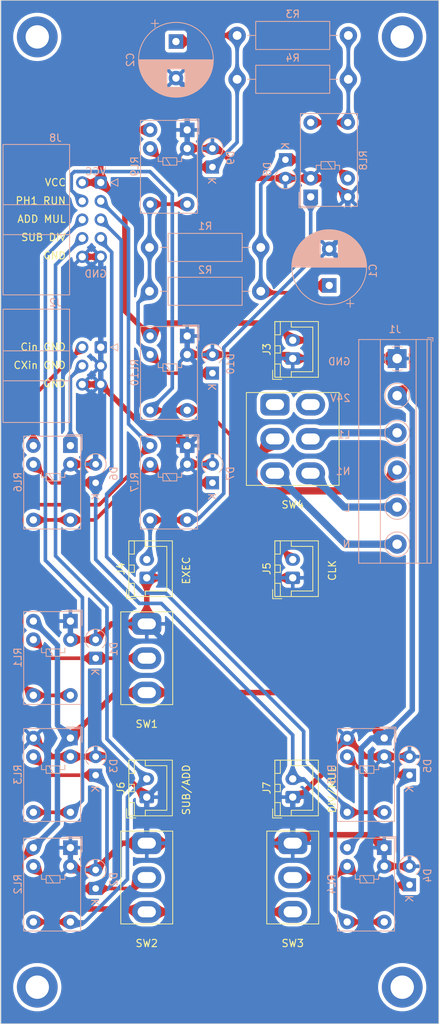
<source format=kicad_pcb>
(kicad_pcb (version 20221018) (generator pcbnew)
  (layers (0 "F.Cu" signal) (31 "B.Cu" signal) (34 "B.Paste" user) (35 "F.Paste" user) (36 "B.SilkS" user "B.Silkscreen") (37 "F.SilkS" user "F.Silkscreen") (38 "B.Mask" user) (39 "F.Mask" user) (44 "Edge.Cuts" user))
  (net 0 "")
  (net 1 "Net-(C1-Pad1)")
  (net 2 "GND")
  (net 3 "Net-(C2-Pad1)")
  (net 4 "DIV")
  (net 5 "Net-(SW1-B)")
  (net 6 "Net-(SW2-B)")
  (net 7 "Net-(SW3-B)")
  (net 8 "Net-(D7-Pad1)")
  (net 9 "Net-(D10-Pad1)")
  (net 10 "SUB")
  (net 11 "ADD")
  (net 12 "MUL")
  (net 13 "CLK")
  (net 14 "RUN")
  (net 15 "VCC")
  (net 16 "Cin")
  (net 17 "CXin")
  (net 18 "Net-(J1-Pin_3)")
  (net 19 "Net-(J1-Pin_4)")
  (net 20 "Net-(R3-Pad1)")
  (net 21 "EXE")
  (net 22 "Net-(J1-Pin_5)")
  (net 23 "Net-(J1-Pin_6)")
  (footprint "MevaLlibreriaFootprint:SW_Toggle_SPDT_Vertical_Oval" (layer "F.Cu") (at 170 140)
    (fp_text reference "SW1" (at 0 9 180) (layer "F.SilkS"))
    (fp_text value "SW_SPDT")
    (pad "1" thru_hole roundrect (at 0 -4.699 180) (size 4 3) (drill oval 2.5 1.5) (layers "*.Cu" "*.Mask") (roundrect_rratio 0.2666666667) (net 2 "GND"))
    (pad "2" thru_hole oval (at 0 0 180) (size 4 3) (drill oval 2.5 1.5) (layers "*.Cu" "*.Mask") (net 5 "Net-(SW1-B)"))
    (pad "3" thru_hole oval (at 0 4.699 180) (size 4 3) (drill oval 2.5 1.5) (layers "*.Cu" "*.Mask") (net 15 "VCC"))
  )
  (footprint "Connector_JST:JST_XH_B2B-XH-A_1x02_P2.50mm_Vertical" (layer "F.Cu") (at 190 99 90)
    (fp_text reference "J3" (at 1.25 -3.55 90) (layer "F.SilkS"))
    (fp_text value "Power")
    (pad "1" thru_hole roundrect (at 0 0 90) (size 1.7 2) (drill 1) (layers "*.Cu" "*.Mask") (roundrect_rratio 0.1470588235) (net 2 "GND"))
    (pad "2" thru_hole oval (at 2.5 0 90) (size 1.7 2) (drill 1) (layers "*.Cu" "*.Mask") (net 15 "VCC"))
  )
  (footprint "Connector_JST:JST_XH_B2B-XH-A_1x02_P2.50mm_Vertical" (layer "F.Cu") (at 190 129 90)
    (fp_text reference "J5" (at 1.25 -3.55 90) (layer "F.SilkS"))
    (fp_text value "Conn_01x02_Pin")
    (pad "1" thru_hole roundrect (at 0 0 90) (size 1.7 2) (drill 1) (layers "*.Cu" "*.Mask") (roundrect_rratio 0.1470588235) (net 2 "GND"))
    (pad "2" thru_hole oval (at 2.5 0 90) (size 1.7 2) (drill 1) (layers "*.Cu" "*.Mask") (net 13 "CLK"))
  )
  (footprint "MountingHole:MountingHole_3.2mm_M3_DIN965_Pad" (layer "F.Cu") (at 155 55)
    (fp_text reference "H1" hide)
    (fp_text value "MountingHole" hide)
    (pad "1" thru_hole circle (at 0 0) (size 5.6 5.6) (drill 3.2) (layers "*.Cu" "*.Mask"))
  )
  (footprint "MevaLlibreriaFootprint:SW_Toggle_SPDT_Vertical_Oval" (layer "F.Cu") (at 190 170)
    (fp_text reference "SW3" (at 0 9 180) (layer "F.SilkS"))
    (fp_text value "SW_SPDT")
    (pad "1" thru_hole roundrect (at 0 -4.699 180) (size 4 3) (drill oval 2.5 1.5) (layers "*.Cu" "*.Mask") (roundrect_rratio 0.2666666667) (net 2 "GND"))
    (pad "2" thru_hole oval (at 0 0 180) (size 4 3) (drill oval 2.5 1.5) (layers "*.Cu" "*.Mask") (net 7 "Net-(SW3-B)"))
    (pad "3" thru_hole oval (at 0 4.699 180) (size 4 3) (drill oval 2.5 1.5) (layers "*.Cu" "*.Mask") (net 15 "VCC"))
  )
  (footprint "Connector_JST:JST_XH_B2B-XH-A_1x02_P2.50mm_Vertical" (layer "F.Cu") (at 170 129 90)
    (fp_text reference "J4" (at 1.25 -3.55 90) (layer "F.SilkS"))
    (fp_text value "Conn_01x02_Pin")
    (pad "1" thru_hole roundrect (at 0 0 90) (size 1.7 2) (drill 1) (layers "*.Cu" "*.Mask") (roundrect_rratio 0.1470588235) (net 2 "GND"))
    (pad "2" thru_hole oval (at 2.5 0 90) (size 1.7 2) (drill 1) (layers "*.Cu" "*.Mask") (net 21 "EXE"))
  )
  (footprint "Connector_JST:JST_XH_B2B-XH-A_1x02_P2.50mm_Vertical" (layer "F.Cu") (at 190 159 90)
    (fp_text reference "J7" (at 1.25 -3.55 90) (layer "F.SilkS"))
    (fp_text value "Conn_01x02_Pin")
    (pad "1" thru_hole roundrect (at 0 0 90) (size 1.7 2) (drill 1) (layers "*.Cu" "*.Mask") (roundrect_rratio 0.1470588235) (net 2 "GND"))
    (pad "2" thru_hole oval (at 2.5 0 90) (size 1.7 2) (drill 1) (layers "*.Cu" "*.Mask") (net 4 "DIV"))
  )
  (footprint "MountingHole:MountingHole_3.2mm_M3_DIN965_Pad" (layer "F.Cu") (at 155 185)
    (fp_text reference "H4" hide)
    (fp_text value "MountingHole" hide)
    (pad "1" thru_hole circle (at 0 0) (size 5.6 5.6) (drill 3.2) (layers "*.Cu" "*.Mask"))
  )
  (footprint "MountingHole:MountingHole_3.2mm_M3_DIN965_Pad" (layer "F.Cu") (at 205 185)
    (fp_text reference "H3" hide)
    (fp_text value "MountingHole" hide)
    (pad "1" thru_hole circle (at 0 0) (size 5.6 5.6) (drill 3.2) (layers "*.Cu" "*.Mask"))
  )
  (footprint "MevaLlibreriaFootprint:SW_Toggle_DPDT_Vertical_Oval" (layer "F.Cu") (at 190 110)
    (fp_text reference "SW4" (at 0 9 180) (layer "F.SilkS"))
    (fp_text value "SW_DPDT")
    (pad "1" thru_hole roundrect (at -2.4384 -4.699 180) (size 4 3) (drill oval 2.5 1.5) (layers "*.Cu" "*.Mask") (roundrect_rratio 0.2666666667))
    (pad "2" thru_hole oval (at -2.4384 0 180) (size 4 3) (drill oval 2.5 1.5) (layers "*.Cu" "*.Mask") (net 19 "Net-(J1-Pin_4)"))
    (pad "3" thru_hole oval (at -2.4384 4.699 180) (size 4 3) (drill oval 2.5 1.5) (layers "*.Cu" "*.Mask") (net 23 "Net-(J1-Pin_6)"))
    (pad "4" thru_hole oval (at 2.4384 -4.699 180) (size 4 3) (drill oval 2.5 1.5) (layers "*.Cu" "*.Mask"))
    (pad "5" thru_hole oval (at 2.4384 0 180) (size 4 3) (drill oval 2.5 1.5) (layers "*.Cu" "*.Mask") (net 18 "Net-(J1-Pin_3)"))
    (pad "6" thru_hole oval (at 2.4384 4.699 180) (size 4 3) (drill oval 2.5 1.5) (layers "*.Cu" "*.Mask") (net 22 "Net-(J1-Pin_5)"))
  )
  (footprint "MevaLlibreriaFootprint:SW_Toggle_SPDT_Vertical_Oval" (layer "F.Cu") (at 170 170)
    (fp_text reference "SW2" (at 0 9 180) (layer "F.SilkS"))
    (fp_text value "SW_SPDT")
    (pad "1" thru_hole roundrect (at 0 -4.699 180) (size 4 3) (drill oval 2.5 1.5) (layers "*.Cu" "*.Mask") (roundrect_rratio 0.2666666667) (net 2 "GND"))
    (pad "2" thru_hole oval (at 0 0 180) (size 4 3) (drill oval 2.5 1.5) (layers "*.Cu" "*.Mask") (net 6 "Net-(SW2-B)"))
    (pad "3" thru_hole oval (at 0 4.699 180) (size 4 3) (drill oval 2.5 1.5) (layers "*.Cu" "*.Mask") (net 15 "VCC"))
  )
  (footprint "Connector_JST:JST_XH_B2B-XH-A_1x02_P2.50mm_Vertical" (layer "F.Cu") (at 170 159 90)
    (fp_text reference "J6" (at 1.25 -3.55 90) (layer "F.SilkS"))
    (fp_text value "Conn_01x02_Pin")
    (pad "1" thru_hole roundrect (at 0 0 90) (size 1.7 2) (drill 1) (layers "*.Cu" "*.Mask") (roundrect_rratio 0.1470588235) (net 2 "GND"))
    (pad "2" thru_hole oval (at 2.5 0 90) (size 1.7 2) (drill 1) (layers "*.Cu" "*.Mask") (net 10 "SUB"))
  )
  (footprint "MountingHole:MountingHole_3.2mm_M3_DIN965_Pad" (layer "F.Cu") (at 205 55 90)
    (fp_text reference "H2" hide)
    (fp_text value "MountingHole" hide)
    (pad "1" thru_hole circle (at 0 0 90) (size 5.6 5.6) (drill 3.2) (layers "*.Cu" "*.Mask"))
  )
  (footprint "MevaLlibreriaFootprint:Relay_SPDT_Omron_G5V-1_girat" (layer "B.Cu") (at 200 156 -90)
    (fp_text reference "RL5" (at -0.0885 4.6605 -270) (layer "B.SilkS") (effects (justify mirror)))
    (fp_text value "G5V-1")
    (pad "1" thru_hole rect (at -5.08 -2.54 180) (size 2 2) (drill 1) (layers "*.Cu" "*.Mask") (net 15 "VCC"))
    (pad "2" thru_hole circle (at -2.54 -2.54 180) (size 2 2) (drill 1) (layers "*.Cu" "*.Mask") (net 2 "GND"))
    (pad "5" thru_hole circle (at 5.08 -2.54 180) (size 2 2) (drill 1) (layers "*.Cu" "*.Mask") (net 12 "MUL"))
    (pad "6" thru_hole circle (at 5.08 2.54 180) (size 2 2) (drill 1) (layers "*.Cu" "*.Mask") (net 12 "MUL"))
    (pad "9" thru_hole circle (at -2.54 2.54 180) (size 2 2) (drill 1) (layers "*.Cu" "*.Mask") (net 7 "Net-(SW3-B)"))
    (pad "10" thru_hole circle (at -5.08 2.54 180) (size 2 2) (drill 1) (layers "*.Cu" "*.Mask") (net 2 "GND"))
  )
  (footprint "Diode_THT:D_A-405_P2.54mm_Vertical_KathodeUp" (layer "B.Cu") (at 163 156 90)
    (fp_text reference "D3" (at 1.27 2.47 90) (layer "B.SilkS") (effects (justify mirror)))
    (fp_text value "1N4007_FLYB")
    (fp_text user "K" (at -1.9 0 90) (layer "B.SilkS") (effects (justify mirror)))
    (pad "1" thru_hole rect (at 0 0 90) (size 1.8 1.8) (drill 0.9) (layers "*.Cu" "*.Mask") (net 6 "Net-(SW2-B)"))
    (pad "2" thru_hole oval (at 2.54 0 90) (size 1.8 1.8) (drill 0.9) (layers "*.Cu" "*.Mask") (net 2 "GND"))
  )
  (footprint "MevaLlibreriaFootprint:Relay_SPDT_Omron_G5V-1_girat" (layer "B.Cu") (at 157 116 -90)
    (fp_text reference "RL6" (at -0.0885 4.6605 90) (layer "B.SilkS") (effects (justify mirror)))
    (fp_text value "G5V-1")
    (pad "1" thru_hole rect (at -5.08 -2.54 180) (size 2 2) (drill 1) (layers "*.Cu" "*.Mask") (net 17 "CXin"))
    (pad "2" thru_hole circle (at -2.54 -2.54 180) (size 2 2) (drill 1) (layers "*.Cu" "*.Mask") (net 2 "GND"))
    (pad "5" thru_hole circle (at 5.08 -2.54 180) (size 2 2) (drill 1) (layers "*.Cu" "*.Mask") (net 8 "Net-(D7-Pad1)"))
    (pad "6" thru_hole circle (at 5.08 2.54 180) (size 2 2) (drill 1) (layers "*.Cu" "*.Mask") (net 8 "Net-(D7-Pad1)"))
    (pad "9" thru_hole circle (at -2.54 2.54 180) (size 2 2) (drill 1) (layers "*.Cu" "*.Mask") (net 4 "DIV"))
    (pad "10" thru_hole circle (at -5.08 2.54 180) (size 2 2) (drill 1) (layers "*.Cu" "*.Mask") (net 16 "Cin"))
  )
  (footprint "MevaLlibreriaFootprint:Relay_SPDT_Omron_G5V-1_girat" (layer "B.Cu") (at 173 116 -90)
    (fp_text reference "RL7" (at -0.0885 4.6605 90) (layer "B.SilkS") (effects (justify mirror)))
    (fp_text value "G5V-1")
    (pad "1" thru_hole rect (at -5.08 -2.54 180) (size 2 2) (drill 1) (layers "*.Cu" "*.Mask") (net 2 "GND"))
    (pad "2" thru_hole circle (at -2.54 -2.54 180) (size 2 2) (drill 1) (layers "*.Cu" "*.Mask") (net 2 "GND"))
    (pad "5" thru_hole circle (at 5.08 -2.54 180) (size 2 2) (drill 1) (layers "*.Cu" "*.Mask") (net 21 "EXE"))
    (pad "6" thru_hole circle (at 5.08 2.54 180) (size 2 2) (drill 1) (layers "*.Cu" "*.Mask") (net 21 "EXE"))
    (pad "9" thru_hole circle (at -2.54 2.54 180) (size 2 2) (drill 1) (layers "*.Cu" "*.Mask") (net 8 "Net-(D7-Pad1)"))
    (pad "10" thru_hole circle (at -5.08 2.54 180) (size 2 2) (drill 1) (layers "*.Cu" "*.Mask") (net 14 "RUN"))
  )
  (footprint "Diode_THT:D_A-405_P2.54mm_Vertical_KathodeUp" (layer "B.Cu") (at 179 101 90)
    (fp_text reference "D10" (at 1.27 2.47 90) (layer "B.SilkS") (effects (justify mirror)))
    (fp_text value "1N4007_FLYB")
    (fp_text user "K" (at -1.9 0 90) (layer "B.SilkS") (effects (justify mirror)))
    (pad "1" thru_hole rect (at 0 0 90) (size 1.8 1.8) (drill 0.9) (layers "*.Cu" "*.Mask") (net 9 "Net-(D10-Pad1)"))
    (pad "2" thru_hole oval (at 2.54 0 90) (size 1.8 1.8) (drill 0.9) (layers "*.Cu" "*.Mask") (net 2 "GND"))
  )
  (footprint "TerminalBlock_Phoenix:TerminalBlock_Phoenix_MKDS-1,5-6-5.08_1x06_P5.08mm_Horizontal" (layer "B.Cu") (at 204.305 99 -90)
    (fp_text reference "J1" (at -4 0.305 -180) (layer "B.SilkS") (effects (justify mirror)))
    (fp_text value "Conn_01x06_Socket" hide)
    (pad "1" thru_hole rect (at 0 0 270) (size 2.6 2.6) (drill 1.3) (layers "*.Cu" "*.Mask") (net 2 "GND"))
    (pad "2" thru_hole circle (at 5.08 0 270) (size 2.6 2.6) (drill 1.3) (layers "*.Cu" "*.Mask") (net 15 "VCC"))
    (pad "3" thru_hole circle (at 10.16 0 270) (size 2.6 2.6) (drill 1.3) (layers "*.Cu" "*.Mask") (net 18 "Net-(J1-Pin_3)"))
    (pad "4" thru_hole circle (at 15.24 0 270) (size 2.6 2.6) (drill 1.3) (layers "*.Cu" "*.Mask") (net 19 "Net-(J1-Pin_4)"))
    (pad "5" thru_hole circle (at 20.32 0 270) (size 2.6 2.6) (drill 1.3) (layers "*.Cu" "*.Mask") (net 22 "Net-(J1-Pin_5)"))
    (pad "6" thru_hole circle (at 25.4 0 270) (size 2.6 2.6) (drill 1.3) (layers "*.Cu" "*.Mask") (net 23 "Net-(J1-Pin_6)"))
  )
  (footprint "MevaLlibreriaFootprint:Relay_SPDT_Omron_G5V-1_girat" (layer "B.Cu") (at 157 140 -90)
    (fp_text reference "RL1" (at -0.0885 4.6605 -270) (layer "B.SilkS") (effects (justify mirror)))
    (fp_text value "G5V-1")
    (pad "1" thru_hole rect (at -5.08 -2.54 180) (size 2 2) (drill 1) (layers "*.Cu" "*.Mask") (net 2 "GND"))
    (pad "2" thru_hole circle (at -2.54 -2.54 180) (size 2 2) (drill 1) (layers "*.Cu" "*.Mask") (net 2 "GND"))
    (pad "5" thru_hole circle (at 5.08 -2.54 180) (size 2 2) (drill 1) (layers "*.Cu" "*.Mask") (net 14 "RUN"))
    (pad "6" thru_hole circle (at 5.08 2.54 180) (size 2 2) (drill 1) (layers "*.Cu" "*.Mask") (net 14 "RUN"))
    (pad "9" thru_hole circle (at -2.54 2.54 180) (size 2 2) (drill 1) (layers "*.Cu" "*.Mask") (net 5 "Net-(SW1-B)"))
    (pad "10" thru_hole circle (at -5.08 2.54 180) (size 2 2) (drill 1) (layers "*.Cu" "*.Mask") (net 15 "VCC"))
  )
  (footprint "Resistor_THT:R_Axial_DIN0411_L9.9mm_D3.6mm_P15.24mm_Horizontal" (layer "B.Cu") (at 185.62 83.8 180)
    (fp_text reference "R1" (at 7.62 2.92) (layer "B.SilkS") (effects (justify mirror)))
    (fp_text value "220")
    (pad "1" thru_hole circle (at 0 0 180) (size 2.4 2.4) (drill 1.2) (layers "*.Cu" "*.Mask") (net 1 "Net-(C1-Pad1)"))
    (pad "2" thru_hole oval (at 15.24 0 180) (size 2.4 2.4) (drill 1.2) (layers "*.Cu" "*.Mask") (net 9 "Net-(D10-Pad1)"))
  )
  (footprint "Connector_IDC:IDC-Header_2x03_P2.54mm_Horizontal" (layer "B.Cu") (at 163.6975 97.455 180)
    (fp_text reference "J2" (at 6.215 6.1) (layer "B.SilkS") (effects (justify mirror)))
    (fp_text value "Conn_01x06_Pin")
    (pad "1" thru_hole roundrect (at 0 0 180) (size 1.7 1.7) (drill 1) (layers "*.Cu" "*.Mask") (roundrect_rratio 0.1470588235) (net 2 "GND"))
    (pad "2" thru_hole circle (at 2.54 0 180) (size 1.7 1.7) (drill 1) (layers "*.Cu" "*.Mask") (net 16 "Cin"))
    (pad "3" thru_hole circle (at 0 -2.54 180) (size 1.7 1.7) (drill 1) (layers "*.Cu" "*.Mask") (net 2 "GND"))
    (pad "4" thru_hole circle (at 2.54 -2.54 180) (size 1.7 1.7) (drill 1) (layers "*.Cu" "*.Mask") (net 17 "CXin"))
    (pad "5" thru_hole circle (at 0 -5.08 180) (size 1.7 1.7) (drill 1) (layers "*.Cu" "*.Mask") (net 2 "GND"))
    (pad "6" thru_hole circle (at 2.54 -5.08 180) (size 1.7 1.7) (drill 1) (layers "*.Cu" "*.Mask") (net 2 "GND"))
  )
  (footprint "Diode_THT:D_A-405_P2.54mm_Vertical_KathodeUp" (layer "B.Cu") (at 179 116 90)
    (fp_text reference "D7" (at 1.27 2.47 90) (layer "B.SilkS") (effects (justify mirror)))
    (fp_text value "1N4007_FLYB")
    (fp_text user "K" (at -1.9 0 90) (layer "B.SilkS") (effects (justify mirror)))
    (pad "1" thru_hole rect (at 0 0 90) (size 1.8 1.8) (drill 0.9) (layers "*.Cu" "*.Mask") (net 8 "Net-(D7-Pad1)"))
    (pad "2" thru_hole oval (at 2.54 0 90) (size 1.8 1.8) (drill 0.9) (layers "*.Cu" "*.Mask") (net 2 "GND"))
  )
  (footprint "Diode_THT:D_A-405_P2.54mm_Vertical_KathodeUp" (layer "B.Cu") (at 189 71.8 -90)
    (fp_text reference "D8" (at 1.27 2.47 90) (layer "B.SilkS") (effects (justify mirror)))
    (fp_text value "1N4007_FLYB")
    (fp_text user "K" (at -1.9 0 90) (layer "B.SilkS") (effects (justify mirror)))
    (pad "1" thru_hole rect (at 0 0 270) (size 1.8 1.8) (drill 0.9) (layers "*.Cu" "*.Mask") (net 1 "Net-(C1-Pad1)"))
    (pad "2" thru_hole oval (at 2.54 0 270) (size 1.8 1.8) (drill 0.9) (layers "*.Cu" "*.Mask") (net 2 "GND"))
  )
  (footprint "MevaLlibreriaFootprint:Relay_SPDT_Omron_G5V-1_girat" (layer "B.Cu") (at 157 171 -90)
    (fp_text reference "RL2" (at -0.0885 4.6605 -270) (layer "B.SilkS") (effects (justify mirror)))
    (fp_text value "G5V-1")
    (pad "1" thru_hole rect (at -5.08 -2.54 180) (size 2 2) (drill 1) (layers "*.Cu" "*.Mask") (net 2 "GND"))
    (pad "2" thru_hole circle (at -2.54 -2.54 180) (size 2 2) (drill 1) (layers "*.Cu" "*.Mask") (net 2 "GND"))
    (pad "5" thru_hole circle (at 5.08 -2.54 180) (size 2 2) (drill 1) (layers "*.Cu" "*.Mask") (net 10 "SUB"))
    (pad "6" thru_hole circle (at 5.08 2.54 180) (size 2 2) (drill 1) (layers "*.Cu" "*.Mask") (net 10 "SUB"))
    (pad "9" thru_hole circle (at -2.54 2.54 180) (size 2 2) (drill 1) (layers "*.Cu" "*.Mask") (net 6 "Net-(SW2-B)"))
    (pad "10" thru_hole circle (at -5.08 2.54 180) (size 2 2) (drill 1) (layers "*.Cu" "*.Mask") (net 15 "VCC"))
  )
  (footprint "Resistor_THT:R_Axial_DIN0411_L9.9mm_D3.6mm_P15.24mm_Horizontal" (layer "B.Cu") (at 185.62 89.8 180)
    (fp_text reference "R2" (at 7.62 2.92) (layer "B.SilkS") (effects (justify mirror)))
    (fp_text value "220")
    (pad "1" thru_hole circle (at 0 0 180) (size 2.4 2.4) (drill 1.2) (layers "*.Cu" "*.Mask") (net 1 "Net-(C1-Pad1)"))
    (pad "2" thru_hole oval (at 15.24 0 180) (size 2.4 2.4) (drill 1.2) (layers "*.Cu" "*.Mask") (net 9 "Net-(D10-Pad1)"))
  )
  (footprint "MevaLlibreriaFootprint:Relay_SPDT_Omron_G5V-1_girat" (layer "B.Cu") (at 200 171 -90)
    (fp_text reference "RL4" (at -0.0885 4.6605 90) (layer "B.SilkS") (effects (justify mirror)))
    (fp_text value "G5V-1")
    (pad "1" thru_hole rect (at -5.08 -2.54 180) (size 2 2) (drill 1) (layers "*.Cu" "*.Mask") (net 2 "GND"))
    (pad "2" thru_hole circle (at -2.54 -2.54 180) (size 2 2) (drill 1) (layers "*.Cu" "*.Mask") (net 2 "GND"))
    (pad "5" thru_hole circle (at 5.08 -2.54 180) (size 2 2) (drill 1) (layers "*.Cu" "*.Mask") (net 4 "DIV"))
    (pad "6" thru_hole circle (at 5.08 2.54 180) (size 2 2) (drill 1) (layers "*.Cu" "*.Mask") (net 4 "DIV"))
    (pad "9" thru_hole circle (at -2.54 2.54 180) (size 2 2) (drill 1) (layers "*.Cu" "*.Mask") (net 7 "Net-(SW3-B)"))
    (pad "10" thru_hole circle (at -5.08 2.54 180) (size 2 2) (drill 1) (layers "*.Cu" "*.Mask") (net 15 "VCC"))
  )
  (footprint "Diode_THT:D_A-405_P2.54mm_Vertical_KathodeUp" (layer "B.Cu") (at 206 171 90)
    (fp_text reference "D4" (at 1.27 2.47 90) (layer "B.SilkS") (effects (justify mirror)))
    (fp_text value "1N4007_FLYB")
    (fp_text user "K" (at -1.9 0 90) (layer "B.SilkS") (effects (justify mirror)))
    (pad "1" thru_hole rect (at 0 0 90) (size 1.8 1.8) (drill 0.9) (layers "*.Cu" "*.Mask") (net 7 "Net-(SW3-B)"))
    (pad "2" thru_hole oval (at 2.54 0 90) (size 1.8 1.8) (drill 0.9) (layers "*.Cu" "*.Mask") (net 2 "GND"))
  )
  (footprint "MevaLlibreriaFootprint:Relay_SPDT_Omron_G5V-1_girat" (layer "B.Cu") (at 157 156 -90)
    (fp_text reference "RL3" (at -0.0885 4.6605 -270) (layer "B.SilkS") (effects (justify mirror)))
    (fp_text value "G5V-1")
    (pad "1" thru_hole rect (at -5.08 -2.54 180) (size 2 2) (drill 1) (layers "*.Cu" "*.Mask") (net 15 "VCC"))
    (pad "2" thru_hole circle (at -2.54 -2.54 180) (size 2 2) (drill 1) (layers "*.Cu" "*.Mask") (net 2 "GND"))
    (pad "5" thru_hole circle (at 5.08 -2.54 180) (size 2 2) (drill 1) (layers "*.Cu" "*.Mask") (net 11 "ADD"))
    (pad "6" thru_hole circle (at 5.08 2.54 180) (size 2 2) (drill 1) (layers "*.Cu" "*.Mask") (net 11 "ADD"))
    (pad "9" thru_hole circle (at -2.54 2.54 180) (size 2 2) (drill 1) (layers "*.Cu" "*.Mask") (net 6 "Net-(SW2-B)"))
    (pad "10" thru_hole circle (at -5.08 2.54 180) (size 2 2) (drill 1) (layers "*.Cu" "*.Mask") (net 2 "GND"))
  )
  (footprint "Diode_THT:D_A-405_P2.54mm_Vertical_KathodeUp" (layer "B.Cu") (at 163 140 90)
    (fp_text reference "D1" (at 1.27 2.47 90) (layer "B.SilkS") (effects (justify mirror)))
    (fp_text value "1N4007_FLYB")
    (fp_text user "K" (at -1.9 0 90) (layer "B.SilkS") (effects (justify mirror)))
    (pad "1" thru_hole rect (at 0 0 90) (size 1.8 1.8) (drill 0.9) (layers "*.Cu" "*.Mask") (net 5 "Net-(SW1-B)"))
    (pad "2" thru_hole oval (at 2.54 0 90) (size 1.8 1.8) (drill 0.9) (layers "*.Cu" "*.Mask") (net 2 "GND"))
  )
  (footprint "Resistor_THT:R_Axial_DIN0411_L9.9mm_D3.6mm_P15.24mm_Horizontal" (layer "B.Cu") (at 197.62 54.8 180)
    (fp_text reference "R3" (at 7.62 2.92) (layer "B.SilkS") (effects (justify mirror)))
    (fp_text value "220")
    (pad "1" thru_hole circle (at 0 0 180) (size 2.4 2.4) (drill 1.2) (layers "*.Cu" "*.Mask") (net 20 "Net-(R3-Pad1)"))
    (pad "2" thru_hole oval (at 15.24 0 180) (size 2.4 2.4) (drill 1.2) (layers "*.Cu" "*.Mask") (net 3 "Net-(C2-Pad1)"))
  )
  (footprint "Resistor_THT:R_Axial_DIN0411_L9.9mm_D3.6mm_P15.24mm_Horizontal" (layer "B.Cu") (at 197.62 60.8 180)
    (fp_text reference "R4" (at 7.62 2.92) (layer "B.SilkS") (effects (justify mirror)))
    (fp_text value "220")
    (pad "1" thru_hole circle (at 0 0 180) (size 2.4 2.4) (drill 1.2) (layers "*.Cu" "*.Mask") (net 20 "Net-(R3-Pad1)"))
    (pad "2" thru_hole oval (at 15.24 0 180) (size 2.4 2.4) (drill 1.2) (layers "*.Cu" "*.Mask") (net 3 "Net-(C2-Pad1)"))
  )
  (footprint "Capacitor_THT:CP_Radial_D10.0mm_P5.00mm" (layer "B.Cu") (at 174 55.6323 -90)
    (fp_text reference "C2" (at 2.5 6.25 90) (layer "B.SilkS") (effects (justify mirror)))
    (fp_text value "220u")
    (pad "1" thru_hole rect (at 0 0 270) (size 2 2) (drill 1) (layers "*.Cu" "*.Mask") (net 3 "Net-(C2-Pad1)"))
    (pad "2" thru_hole circle (at 5 0 270) (size 2 2) (drill 1) (layers "*.Cu" "*.Mask") (net 2 "GND"))
  )
  (footprint "Connector_IDC:IDC-Header_2x05_P2.54mm_Horizontal" (layer "B.Cu") (at 163.6975 74.92 180)
    (fp_text reference "J8" (at 6.215 6.1) (layer "B.SilkS") (effects (justify mirror)))
    (fp_text value "Conn_01x10_Pin")
    (pad "1" thru_hole roundrect (at 0 0 180) (size 1.7 1.7) (drill 1) (layers "*.Cu" "*.Mask") (roundrect_rratio 0.1470588235) (net 15 "VCC"))
    (pad "2" thru_hole circle (at 2.54 0 180) (size 1.7 1.7) (drill 1) (layers "*.Cu" "*.Mask") (net 15 "VCC"))
    (pad "3" thru_hole circle (at 0 -2.54 180) (size 1.7 1.7) (drill 1) (layers "*.Cu" "*.Mask") (net 14 "RUN"))
    (pad "4" thru_hole circle (at 2.54 -2.54 180) (size 1.7 1.7) (drill 1) (layers "*.Cu" "*.Mask") (net 13 "CLK"))
    (pad "5" thru_hole circle (at 0 -5.08 180) (size 1.7 1.7) (drill 1) (layers "*.Cu" "*.Mask") (net 12 "MUL"))
    (pad "6" thru_hole circle (at 2.54 -5.08 180) (size 1.7 1.7) (drill 1) (layers "*.Cu" "*.Mask") (net 11 "ADD"))
    (pad "7" thru_hole circle (at 0 -7.62 180) (size 1.7 1.7) (drill 1) (layers "*.Cu" "*.Mask") (net 4 "DIV"))
    (pad "8" thru_hole circle (at 2.54 -7.62 180) (size 1.7 1.7) (drill 1) (layers "*.Cu" "*.Mask") (net 10 "SUB"))
    (pad "9" thru_hole circle (at 0 -10.16 180) (size 1.7 1.7) (drill 1) (layers "*.Cu" "*.Mask") (net 2 "GND"))
    (pad "10" thru_hole circle (at 2.54 -10.16 180) (size 1.7 1.7) (drill 1) (layers "*.Cu" "*.Mask") (net 2 "GND"))
  )
  (footprint "Diode_THT:D_A-405_P2.54mm_Vertical_KathodeUp" (layer "B.Cu") (at 179 72.8 90)
    (fp_text reference "D9" (at 1.27 2.47 90) (layer "B.SilkS") (effects (justify mirror)))
    (fp_text value "1N4007_FLYB")
    (fp_text user "K" (at -1.9 0 90) (layer "B.SilkS") (effects (justify mirror)))
    (pad "1" thru_hole rect (at 0 0 90) (size 1.8 1.8) (drill 0.9) (layers "*.Cu" "*.Mask") (net 3 "Net-(C2-Pad1)"))
    (pad "2" thru_hole oval (at 2.54 0 90) (size 1.8 1.8) (drill 0.9) (layers "*.Cu" "*.Mask") (net 2 "GND"))
  )
  (footprint "MevaLlibreriaFootprint:Relay_SPDT_Omron_G5V-1_girat" (layer "B.Cu") (at 195 71.8 90)
    (fp_text reference "RL8" (at -0.0885 4.6605 90) (layer "B.SilkS") (effects (justify mirror)))
    (fp_text value "G5V-1")
    (pad "1" thru_hole rect (at -5.08 -2.54) (size 2 2) (drill 1) (layers "*.Cu" "*.Mask") (net 21 "EXE"))
    (pad "2" thru_hole circle (at -2.54 -2.54) (size 2 2) (drill 1) (layers "*.Cu" "*.Mask") (net 2 "GND"))
    (pad "5" thru_hole circle (at 5.08 -2.54) (size 2 2) (drill 1) (layers "*.Cu" "*.Mask") (net 20 "Net-(R3-Pad1)"))
    (pad "6" thru_hole circle (at 5.08 2.54) (size 2 2) (drill 1) (layers "*.Cu" "*.Mask") (net 20 "Net-(R3-Pad1)"))
    (pad "9" thru_hole circle (at -2.54 2.54) (size 2 2) (drill 1) (layers "*.Cu" "*.Mask") (net 1 "Net-(C1-Pad1)"))
    (pad "10" thru_hole circle (at -5.08 2.54) (size 2 2) (drill 1) (layers "*.Cu" "*.Mask") (net 2 "GND"))
  )
  (footprint "Diode_THT:D_A-405_P2.54mm_Vertical_KathodeUp" (layer "B.Cu") (at 163 116 90)
    (fp_text reference "D6" (at 1.27 2.47 90) (layer "B.SilkS") (effects (justify mirror)))
    (fp_text value "1N4007_FLYB")
    (fp_text user "K" (at -1.9 0 90) (layer "B.SilkS") (effects (justify mirror)))
    (pad "1" thru_hole rect (at 0 0 90) (size 1.8 1.8) (drill 0.9) (layers "*.Cu" "*.Mask") (net 4 "DIV"))
    (pad "2" thru_hole oval (at 2.54 0 90) (size 1.8 1.8) (drill 0.9) (layers "*.Cu" "*.Mask") (net 2 "GND"))
  )
  (footprint "MevaLlibreriaFootprint:Relay_SPDT_Omron_G5V-1_girat" (layer "B.Cu") (at 173 101 -90)
    (fp_text reference "RL10" (at -0.0885 4.6605 90) (layer "B.SilkS") (effects (justify mirror)))
    (fp_text value "G5V-1")
    (pad "1" thru_hole rect (at -5.08 -2.54 180) (size 2 2) (drill 1) (layers "*.Cu" "*.Mask") (net 2 "GND"))
    (pad "2" thru_hole circle (at -2.54 -2.54 180) (size 2 2) (drill 1) (layers "*.Cu" "*.Mask") (net 2 "GND"))
    (pad "5" thru_hole circle (at 5.08 -2.54 180) (size 2 2) (drill 1) (layers "*.Cu" "*.Mask") (net 13 "CLK"))
    (pad "6" thru_hole circle (at 5.08 2.54 180) (size 2 2) (drill 1) (layers "*.Cu" "*.Mask") (net 13 "CLK"))
    (pad "9" thru_hole circle (at -2.54 2.54 180) (size 2 2) (drill 1) (layers "*.Cu" "*.Mask") (net 9 "Net-(D10-Pad1)"))
    (pad "10" thru_hole circle (at -5.08 2.54 180) (size 2 2) (drill 1) (layers "*.Cu" "*.Mask") (net 15 "VCC"))
  )
  (footprint "Diode_THT:D_A-405_P2.54mm_Vertical_KathodeUp" (layer "B.Cu") (at 206 156 90)
    (fp_text reference "D5" (at 1.27 2.47 90) (layer "B.SilkS") (effects (justify mirror)))
    (fp_text value "1N4007_FLYB")
    (fp_text user "K" (at -1.9 0 90) (layer "B.SilkS") (effects (justify mirror)))
    (pad "1" thru_hole rect (at 0 0 90) (size 1.8 1.8) (drill 0.9) (layers "*.Cu" "*.Mask") (net 7 "Net-(SW3-B)"))
    (pad "2" thru_hole oval (at 2.54 0 90) (size 1.8 1.8) (drill 0.9) (layers "*.Cu" "*.Mask") (net 2 "GND"))
  )
  (footprint "Capacitor_THT:CP_Radial_D10.0mm_P5.00mm" (layer "B.Cu") (at 195 89 90)
    (fp_text reference "C1" (at 2 6 90) (layer "B.SilkS") (effects (justify mirror)))
    (fp_text value "220u")
    (pad "1" thru_hole rect (at 0 0 90) (size 2 2) (drill 1) (layers "*.Cu" "*.Mask") (net 1 "Net-(C1-Pad1)"))
    (pad "2" thru_hole circle (at 5 0 90) (size 2 2) (drill 1) (layers "*.Cu" "*.Mask") (net 2 "GND"))
  )
  (footprint "MevaLlibreriaFootprint:Relay_SPDT_Omron_G5V-1_girat" (layer "B.Cu") (at 173 72.8 -90)
    (fp_text reference "RL9" (at -0.0885 4.6605 90) (layer "B.SilkS") (effects (justify mirror)))
    (fp_text value "G5V-1")
    (pad "1" thru_hole rect (at -5.08 -2.54 180) (size 2 2) (drill 1) (layers "*.Cu" "*.Mask") (net 2 "GND"))
    (pad "2" thru_hole circle (at -2.54 -2.54 180) (size 2 2) (drill 1) (layers "*.Cu" "*.Mask") (net 2 "GND"))
    (pad "5" thru_hole circle (at 5.08 -2.54 180) (size 2 2) (drill 1) (layers "*.Cu" "*.Mask") (net 9 "Net-(D10-Pad1)"))
    (pad "6" thru_hole circle (at 5.08 2.54 180) (size 2 2) (drill 1) (layers "*.Cu" "*.Mask") (net 9 "Net-(D10-Pad1)"))
    (pad "9" thru_hole circle (at -2.54 2.54 180) (size 2 2) (drill 1) (layers "*.Cu" "*.Mask") (net 3 "Net-(C2-Pad1)"))
    (pad "10" thru_hole circle (at -5.08 2.54 180) (size 2 2) (drill 1) (layers "*.Cu" "*.Mask") (net 15 "VCC"))
  )
  (footprint "Diode_THT:D_A-405_P2.54mm_Vertical_KathodeUp" (layer "B.Cu") (at 163 171.5 90)
    (fp_text reference "D2" (at 1.27 2.47 90) (layer "B.SilkS") (effects (justify mirror)))
    (fp_text value "1N4007_FLYB")
    (fp_text user "K" (at -1.9 0 90) (layer "B.SilkS") (effects (justify mirror)))
    (pad "1" thru_hole rect (at 0 0 90) (size 1.8 1.8) (drill 0.9) (layers "*.Cu" "*.Mask") (net 6 "Net-(SW2-B)"))
    (pad "2" thru_hole oval (at 2.54 0 90) (size 1.8 1.8) (drill 0.9) (layers "*.Cu" "*.Mask") (net 2 "GND"))
  )
  (gr_line (start 210 50) (end 210 190) (stroke (width 0.1)) (layer "Edge.Cuts"))
  (gr_line (start 210 190) (end 150 190) (stroke (width 0.1)) (layer "Edge.Cuts"))
  (gr_line (start 150 190) (end 150 50) (stroke (width 0.1)) (layer "Edge.Cuts"))
  (gr_line (start 150 50) (end 210 50) (stroke (width 0.1)) (layer "Edge.Cuts"))
  (gr_text "N1" (at 198 115) (layer "B.SilkS") (effects (font (size 1 1)) (justify left bottom mirror)))
  (gr_text "L" (at 198 120) (layer "B.SilkS") (effects (font (size 1 1)) (justify left bottom mirror)))
  (gr_text "GND" (at 163 88) (layer "B.SilkS") (effects (font (size 1 1)) (justify bottom mirror)))
  (gr_text "GND" (at 198 100) (layer "B.SilkS") (effects (font (size 1 1)) (justify left bottom mirror)))
  (gr_text "N" (at 198 125) (layer "B.SilkS") (effects (font (size 1 1)) (justify left bottom mirror)))
  (gr_text "VCC" (at 163 74) (layer "B.SilkS") (effects (font (size 1 1)) (justify bottom mirror)))
  (gr_text "24V" (at 198 105) (layer "B.SilkS") (effects (font (size 1 1)) (justify left bottom mirror)))
  (gr_text "L1" (at 198 110) (layer "B.SilkS") (effects (font (size 1 1)) (justify left bottom mirror)))
  (gr_text "DIV/MUL" (at 196 158 90) (layer "F.SilkS") (effects (font (size 1 1)) (justify bottom)))
  (gr_text "CXin GND" (at 159 100.5) (layer "F.SilkS") (effects (font (size 1 1)) (justify right bottom)))
  (gr_text "Cin GND" (at 159 98) (layer "F.SilkS") (effects (font (size 1 1)) (justify right bottom)))
  (gr_text "CLK" (at 196 128 90) (layer "F.SilkS") (effects (font (size 1 1)) (justify bottom)))
  (gr_text "VCC" (at 159 75.5) (layer "F.SilkS") (effects (font (size 1 1)) (justify right bottom)))
  (gr_text "GND" (at 159 103) (layer "F.SilkS") (effects (font (size 1 1)) (justify right bottom)))
  (gr_text "EXEC" (at 176 128 90) (layer "F.SilkS") (effects (font (size 1 1)) (justify bottom)))
  (gr_text "GND" (at 159 85.5) (layer "F.SilkS") (effects (font (size 1 1)) (justify right bottom)))
  (gr_text "SUB DIV" (at 159 83) (layer "F.SilkS") (effects (font (size 1 1)) (justify right bottom)))
  (gr_text "SUB/ADD" (at 176 158 90) (layer "F.SilkS") (effects (font (size 1 1)) (justify bottom)))
  (gr_text "PH1 RUN" (at 159 78) (layer "F.SilkS") (effects (font (size 1 1)) (justify right bottom)))
  (gr_text "ADD MUL" (at 159 80.5) (layer "F.SilkS") (effects (font (size 1 1)) (justify right bottom)))
  (segment (start 195 89) (end 191 89) (width 0.5) (layer "F.Cu") (net 1))
  (segment (start 195 71.8) (end 197.54 74.34) (width 0.5) (layer "F.Cu") (net 1))
  (segment (start 189 71.8) (end 195 71.8) (width 0.5) (layer "F.Cu") (net 1))
  (segment (start 190 90) (end 185.82 90) (width 0.5) (layer "F.Cu") (net 1))
  (segment (start 185.82 90) (end 185.62 89.8) (width 0.5) (layer "F.Cu") (net 1))
  (segment (start 191 89) (end 190 90) (width 0.5) (layer "F.Cu") (net 1))
  (segment (start 185.62 83.8) (end 185.62 89.8) (width 0.5) (layer "B.Cu") (net 1))
  (segment (start 189 71.8) (end 185.62 75.18) (width 0.5) (layer "B.Cu") (net 1))
  (segment (start 185.62 75.18) (end 185.62 83.8) (width 0.5) (layer "B.Cu") (net 1))
  (segment (start 194.440115 155.440115) (end 194.440115 153.939885) (width 0.75) (layer "F.Cu") (net 2))
  (segment (start 190 159) (end 190.88023 159) (width 0.75) (layer "F.Cu") (net 2))
  (segment (start 170 129) (end 190 129) (width 0.75) (layer "F.Cu") (net 2))
  (segment (start 179 98.46) (end 175.54 98.46) (width 0.75) (layer "F.Cu") (net 2))
  (segment (start 163.6975 85.08) (end 161.1575 85.08) (width 0.75) (layer "F.Cu") (net 2))
  (segment (start 175.54 110.92) (end 173.765 109.145) (width 0.75) (layer "F.Cu") (net 2))
  (segment (start 195 74.34) (end 192.46 74.34) (width 0.75) (layer "F.Cu") (net 2))
  (segment (start 190.88023 159) (end 194.440115 155.440115) (width 0.75) (layer "F.Cu") (net 2))
  (segment (start 166.659 165.301) (end 163 168.96) (width 0.75) (layer "F.Cu") (net 2))
  (segment (start 163.6975 102.535) (end 161.1575 102.535) (width 0.75) (layer "F.Cu") (net 2))
  (segment (start 200 153.46) (end 197.46 150.92) (width 0.75) (layer "F.Cu") (net 2))
  (segment (start 202.54 168.46) (end 206 168.46) (width 0.75) (layer "F.Cu") (net 2))
  (segment (start 170 165.301) (end 190 165.301) (width 0.75) (layer "F.Cu") (net 2))
  (segment (start 165.159 135.301) (end 163 137.46) (width 0.75) (layer "F.Cu") (net 2))
  (segment (start 163 153.46) (end 159.54 153.46) (width 0.75) (layer "F.Cu") (net 2))
  (segment (start 179.81 70.26) (end 179 70.26) (width 0.75) (layer "F.Cu") (net 2))
  (segment (start 157 153.46) (end 154.46 150.92) (width 0.75) (layer "F.Cu") (net 2))
  (segment (start 197.54 76.88) (end 195 74.34) (width 0.75) (layer "F.Cu") (net 2))
  (segment (start 191.156 164.145) (end 200.765 164.145) (width 0.75) (layer "F.Cu") (net 2))
  (segment (start 170 159) (end 164.46 153.46) (width 0.75) (layer "F.Cu") (net 2))
  (segment (start 183.89 74.34) (end 179.81 70.26) (width 0.75) (layer "F.Cu") (net 2))
  (segment (start 160.04 168.96) (end 159.54 168.46) (width 0.75) (layer "F.Cu") (net 2))
  (segment (start 164.46 153.46) (end 163 153.46) (width 0.75) (layer "F.Cu") (net 2))
  (segment (start 175.54 113.46) (end 179 113.46) (width 0.75) (layer "F.Cu") (net 2))
  (segment (start 173.765 109.145) (end 170.3075 109.145) (width 0.75) (layer "F.Cu") (net 2))
  (segment (start 189 74.34) (end 183.89 74.34) (width 0.75) (layer "F.Cu") (net 2))
  (segment (start 192.46 74.34) (end 189 74.34) (width 0.75) (layer "F.Cu") (net 2))
  (segment (start 163 113.46) (end 159.54 113.46) (width 0.75) (layer "F.Cu") (net 2))
  (segment (start 170 129) (end 170 135.301) (width 0.75) (layer "F.Cu") (net 2))
  (segment (start 190 99) (end 189.46 98.46) (width 0.75) (layer "F.Cu") (net 2))
  (segment (start 202.54 153.46) (end 200 153.46) (width 0.75) (layer "F.Cu") (net 2))
  (segment (start 163 137.46) (end 159.54 137.46) (width 0.75) (layer "F.Cu") (net 2))
  (segment (start 170.3075 109.145) (end 163.6975 102.535) (width 0.75) (layer "F.Cu") (net 2))
  (segment (start 194.440115 153.939885) (end 197.46 150.92) (width 0.75) (layer "F.Cu") (net 2))
  (segment (start 159.54 153.46) (end 157 153.46) (width 0.75) (layer "F.Cu") (net 2))
  (segment (start 202.54 153.46) (end 206 153.46) (width 0.75) (layer "F.Cu") (net 2))
  (segment (start 170 165.301) (end 166.659 165.301) (width 0.75) (layer "F.Cu") (net 2))
  (segment (start 200.765 164.145) (end 202.54 165.92) (width 0.75) (layer "F.Cu") (net 2))
  (segment (start 170 135.301) (end 165.159 135.301) (width 0.75) (layer "F.Cu") (net 2))
  (segment (start 204.305 99) (end 190 99) (width 0.75) (layer "F.Cu") (net 2))
  (segment (start 189.46 98.46) (end 179 98.46) (width 0.75) (layer "F.Cu") (net 2))
  (segment (start 179 70.26) (end 175.54 70.26) (width 0.75) (layer "F.Cu") (net 2))
  (segment (start 190 165.301) (end 191.156 164.145) (width 0.75) (layer "F.Cu") (net 2))
  (segment (start 163 168.96) (end 160.04 168.96) (width 0.75) (layer "F.Cu") (net 2))
  (segment (start 163 107) (end 163 113.46) (width 0.75) (layer "B.Cu") (net 2))
  (segment (start 163.6975 102.535) (end 163.6975 106.3025) (width 0.75) (layer "B.Cu") (net 2))
  (segment (start 172.775 156.225) (end 170 159) (width 0.75) (layer "B.Cu") (net 2))
  (segment (start 170 159) (end 170 165.301) (width 0.75) (layer "B.Cu") (net 2))
  (segment (start 173.765 115.235) (end 175.54 113.46) (width 0.75) (layer "B.Cu") (net 2))
  (segment (start 159.54 137.46) (end 159.54 134.92) (width 0.75) (layer "B.Cu") (net 2))
  (segment (start 204.305 99) (end 204.305 93.305) (width 0.75) (layer "B.Cu") (net 2))
  (segment (start 163.6975 99.995) (end 163.6975 102.535) (width 0.75) (layer "B.Cu") (net 2))
  (segment (start 175.54 98.46) (end 175.54 95.92) (width 0.75) (layer "B.Cu") (net 2))
  (segment (start 195 84) (end 197.54 81.46) (width 0.75) (layer "B.Cu") (net 2))
  (segment (start 172.775 138.076) (end 172.775 156.225) (width 0.75) (layer "B.Cu") (net 2))
  (segment (start 197.54 81.46) (end 197.54 76.88) (width 0.75) (layer "B.Cu") (net 2))
  (segment (start 170 129) (end 173.765 125.235) (width 0.75) (layer "B.Cu") (net 2))
  (segment (start 163.6975 97.455) (end 163.6975 99.995) (width 0.75) (layer "B.Cu") (net 2))
  (segment (start 163.6975 97.455) (end 163.6975 85.08) (width 0.75) (layer "B.Cu") (net 2))
  (segment (start 175.54 110.92) (end 175.54 113.46) (width 0.75) (layer "B.Cu") (net 2))
  (segment (start 163.6975 106.3025) (end 163 107) (width 0.75) (layer "B.Cu") (net 2))
  (segment (start 177.315 100.235) (end 177.315 109.145) (width 0.75) (layer "B.Cu") (net 2))
  (segment (start 173.765 125.235) (end 173.765 115.235) (width 0.75) (layer "B.Cu") (net 2))
  (segment (start 190 165.301) (end 190 159) (width 0.75) (layer "B.Cu") (net 2))
  (segment (start 202.54 165.92) (end 202.54 168.46) (width 0.75) (layer "B.Cu") (net 2))
  (segment (start 175.54 67.72) (end 175.54 62.1723) (width 0.75) (layer "B.Cu") (net 2))
  (segment (start 170 135.301) (end 172.775 138.076) (width 0.75) (layer "B.Cu") (net 2))
  (segment (start 204.305 93.305) (end 195 84) (width 0.75) (layer "B.Cu") (net 2))
  (segment (start 175.54 62.1723) (end 174 60.6323) (width 0.75) (layer "B.Cu") (net 2))
  (segment (start 175.54 70.26) (end 175.54 67.72) (width 0.75) (layer "B.Cu") (net 2))
  (segment (start 175.54 98.46) (end 177.315 100.235) (width 0.75) (layer "B.Cu") (net 2))
  (segment (start 177.315 109.145) (end 175.54 110.92) (width 0.75) (layer "B.Cu") (net 2))
  (segment (start 159.54 168.46) (end 159.54 165.92) (width 0.75) (layer "B.Cu") (net 2))
  (segment (start 178 55.6323) (end 178.8323 54.8) (width 0.5) (layer "F.Cu") (net 3))
  (segment (start 178.8323 54.8) (end 182.38 54.8) (width 0.5) (layer "F.Cu") (net 3))
  (segment (start 179 72.8) (end 173 72.8) (width 0.5) (layer "F.Cu") (net 3))
  (segment (start 173 72.8) (end 170.46 70.26) (width 0.5) (layer "F.Cu") (net 3))
  (segment (start 174 55.6323) (end 178 55.6323) (width 0.5) (layer "F.Cu") (net 3))
  (segment (start 182.38 60.8) (end 182.38 69.42) (width 0.5) (layer "B.Cu") (net 3))
  (segment (start 182.38 54.8) (end 182.38 60.8) (width 0.5) (layer "B.Cu") (net 3))
  (segment (start 182.38 69.42) (end 179 72.8) (width 0.5) (layer "B.Cu") (net 3))
  (segment (start 157 116) (end 163 116) (width 0.5) (layer "F.Cu") (net 4))
  (segment (start 197.46 176.08) (end 202.54 176.08) (width 0.5) (layer "F.Cu") (net 4))
  (segment (start 154.46 113.46) (end 157 116) (width 0.5) (layer "F.Cu") (net 4))
  (segment (start 197.46 176.08) (end 195.81 174.43) (width 0.5) (layer "B.Cu") (net 4))
  (segment (start 163.6975 82.958679) (end 163.6975 82.54) (width 0.5) (layer "B.Cu") (net 4))
  (segment (start 195.81 160.81) (end 191.5 156.5) (width 0.5) (layer "B.Cu") (net 4))
  (segment (start 195.81 174.43) (end 195.81 160.81) (width 0.5) (layer "B.Cu") (net 4))
  (segment (start 165.1975 113.8025) (end 165.1975 84.458679) (width 0.5) (layer "B.Cu") (net 4))
  (segment (start 190 150.5) (end 190 156.5) (width 0.5) (layer "B.Cu") (net 4))
  (segment (start 163 126.5) (end 169 132.5) (width 0.5) (layer "B.Cu") (net 4))
  (segment (start 163 116) (end 163 126.5) (width 0.5) (layer "B.Cu") (net 4))
  (segment (start 191.5 156.5) (end 190 156.5) (width 0.5) (layer "B.Cu") (net 4))
  (segment (start 172 132.5) (end 190 150.5) (width 0.5) (layer "B.Cu") (net 4))
  (segment (start 165.1975 84.458679) (end 163.6975 82.958679) (width 0.5) (layer "B.Cu") (net 4))
  (segment (start 163 116) (end 165.1975 113.8025) (width 0.5) (layer "B.Cu") (net 4))
  (segment (start 169 132.5) (end 172 132.5) (width 0.5) (layer "B.Cu") (net 4))
  (segment (start 157 140) (end 163 140) (width 0.5) (layer "F.Cu") (net 5))
  (segment (start 154.46 137.46) (end 157 140) (width 0.5) (layer "F.Cu") (net 5))
  (segment (start 170 140) (end 163 140) (width 0.5) (layer "F.Cu") (net 5))
  (segment (start 157.5 171.5) (end 163 171.5) (width 0.5) (layer "F.Cu") (net 6))
  (segment (start 154.46 153.46) (end 157 156) (width 0.5) (layer "F.Cu") (net 6))
  (segment (start 154.46 168.46) (end 157.5 171.5) (width 0.5) (layer "F.Cu") (net 6))
  (segment (start 163 171.5) (end 168.5 171.5) (width 0.5) (layer "F.Cu") (net 6))
  (segment (start 168.5 171.5) (end 170 170) (width 0.5) (layer "F.Cu") (net 6))
  (segment (start 157 156) (end 163 156) (width 0.5) (layer "F.Cu") (net 6))
  (segment (start 163 171.5) (end 164.55 169.95) (width 0.5) (layer "B.Cu") (net 6))
  (segment (start 164.55 157.55) (end 163 156) (width 0.5) (layer "B.Cu") (net 6))
  (segment (start 164.55 169.95) (end 164.55 157.55) (width 0.5) (layer "B.Cu") (net 6))
  (segment (start 190 170) (end 195.92 170) (width 0.5) (layer "F.Cu") (net 7))
  (segment (start 197.46 168.46) (end 200 171) (width 0.5) (layer "F.Cu") (net 7))
  (segment (start 200 156) (end 197.46 153.46) (width 0.5) (layer "F.Cu") (net 7))
  (segment (start 206 156) (end 200 156) (width 0.5) (layer "F.Cu") (net 7))
  (segment (start 200 171) (end 206 171) (width 0.5) (layer "F.Cu") (net 7))
  (segment (start 195.92 170) (end 197.46 168.46) (width 0.5) (layer "F.Cu") (net 7))
  (segment (start 204.45 157.55) (end 206 156) (width 0.5) (layer "B.Cu") (net 7))
  (segment (start 206 171) (end 204.45 169.45) (width 0.5) (layer "B.Cu") (net 7))
  (segment (start 204.45 169.45) (end 204.45 157.55) (width 0.5) (layer "B.Cu") (net 7))
  (segment (start 154.46 121.08) (end 159.54 121.08) (width 0.5) (layer "F.Cu") (net 8))
  (segment (start 162.92 121.08) (end 170.46 113.54) (width 0.5) (layer "F.Cu") (net 8))
  (segment (start 159.54 121.08) (end 162.92 121.08) (width 0.5) (layer "F.Cu") (net 8))
  (segment (start 173 116) (end 179 116) (width 0.5) (layer "F.Cu") (net 8))
  (segment (start 170.46 113.46) (end 173 116) (width 0.5) (layer "F.Cu") (net 8))
  (segment (start 170.46 113.54) (end 170.46 113.46) (width 0.5) (layer "F.Cu") (net 8))
  (segment (start 173 101) (end 170.46 98.46) (width 0.5) (layer "F.Cu") (net 9))
  (segment (start 179 101) (end 173 101) (width 0.5) (layer "F.Cu") (net 9))
  (segment (start 170.46 77.88) (end 175.54 77.88) (width 0.5) (layer "F.Cu") (net 9))
  (segment (start 170.38 89.8) (end 170.38 83.8) (width 0.5) (layer "B.Cu") (net 9))
  (segment (start 168.81 96.81) (end 168.81 91.37) (width 0.5) (layer "B.Cu") (net 9))
  (segment (start 170.38 83.8) (end 170.38 77.96) (width 0.5) (layer "B.Cu") (net 9))
  (segment (start 170.38 77.96) (end 170.46 77.88) (width 0.5) (layer "B.Cu") (net 9))
  (segment (start 168.81 91.37) (end 170.38 89.8) (width 0.5) (layer "B.Cu") (net 9))
  (segment (start 170.46 98.46) (end 168.81 96.81) (width 0.5) (layer "B.Cu") (net 9))
  (segment (start 154.46 176.08) (end 159.54 176.08) (width 0.5) (layer "F.Cu") (net 10))
  (segment (start 157.5 126) (end 157.5 86.1975) (width 0.5) (layer "B.Cu") (net 10))
  (segment (start 161.52 176.08) (end 167.35 170.25) (width 0.5) (layer "B.Cu") (net 10))
  (segment (start 159.54 176.08) (end 161.52 176.08) (width 0.5) (layer "B.Cu") (net 10))
  (segment (start 170 156.5) (end 164.55 151.05) (width 0.5) (layer "B.Cu") (net 10))
  (segment (start 164.55 151.05) (end 164.55 133.05) (width 0.5) (layer "B.Cu") (net 10))
  (segment (start 167.35 159) (end 169.85 156.5) (width 0.5) (layer "B.Cu") (net 10))
  (segment (start 164.55 133.05) (end 157.5 126) (width 0.5) (layer "B.Cu") (net 10))
  (segment (start 169.85 156.5) (end 170 156.5) (width 0.5) (layer "B.Cu") (net 10))
  (segment (start 157.5 86.1975) (end 161.1575 82.54) (width 0.5) (layer "B.Cu") (net 10))
  (segment (start 167.35 170.25) (end 167.35 159) (width 0.5) (layer "B.Cu") (net 10))
  (segment (start 154.46 161.08) (end 159.54 161.08) (width 0.5) (layer "F.Cu") (net 11))
  (segment (start 161.19 159.43) (end 159.54 161.08) (width 0.5) (layer "B.Cu") (net 11))
  (segment (start 156.11 85.0475) (end 156.11 126.61) (width 0.5) (layer "B.Cu") (net 11))
  (segment (start 156.11 126.61) (end 161.19 131.69) (width 0.5) (layer "B.Cu") (net 11))
  (segment (start 161.19 131.69) (end 161.19 159.43) (width 0.5) (layer "B.Cu") (net 11))
  (segment (start 161.1575 80) (end 156.11 85.0475) (width 0.5) (layer "B.Cu") (net 11))
  (segment (start 197.46 161.08) (end 202.54 161.08) (width 0.5) (layer "F.Cu") (net 12))
  (segment (start 191.5 154.5) (end 197.46 160.46) (width 0.5) (layer "B.Cu") (net 12))
  (segment (start 197.46 160.46) (end 197.46 161.08) (width 0.5) (layer "B.Cu") (net 12))
  (segment (start 169.477707 131.100499) (end 172.600499 131.100499) (width 0.5) (layer "B.Cu") (net 12))
  (segment (start 164.5 117.55) (end 164.5 126.122792) (width 0.5) (layer "B.Cu") (net 12))
  (segment (start 166.5 115.55) (end 164.5 117.55) (width 0.5) (layer "B.Cu") (net 12))
  (segment (start 191.5 150) (end 191.5 154.5) (width 0.5) (layer "B.Cu") (net 12))
  (segment (start 166.5 82.8025) (end 166.5 115.55) (width 0.5) (layer "B.Cu") (net 12))
  (segment (start 164.5 126.122792) (end 169.477707 131.100499) (width 0.5) (layer "B.Cu") (net 12))
  (segment (start 163.6975 80) (end 166.5 82.8025) (width 0.5) (layer "B.Cu") (net 12))
  (segment (start 172.600499 131.100499) (end 191.5 150) (width 0.5) (layer "B.Cu") (net 12))
  (segment (start 170.46 106.08) (end 175.54 106.08) (width 0.5) (layer "F.Cu") (net 13))
  (segment (start 181.5 118) (end 181.5 109.5) (width 0.5) (layer "F.Cu") (net 13))
  (segment (start 190 126.5) (end 181.5 118) (width 0.5) (layer "F.Cu") (net 13))
  (segment (start 181.5 109.5) (end 178.08 106.08) (width 0.5) (layer "F.Cu") (net 13))
  (segment (start 178.08 106.08) (end 175.54 106.08) (width 0.5) (layer "F.Cu") (net 13))
  (segment (start 170.42 73.42) (end 173.5 76.5) (width 0.5) (layer "B.Cu") (net 13))
  (segment (start 173.5 76.5) (end 173.5 103.04) (width 0.5) (layer "B.Cu") (net 13))
  (segment (start 159.6575 75.96) (end 159.6575 73.8425) (width 0.5) (layer "B.Cu") (net 13))
  (segment (start 173.5 103.04) (end 170.46 106.08) (width 0.5) (layer "B.Cu") (net 13))
  (segment (start 160.08 73.42) (end 170.42 73.42) (width 0.5) (layer "B.Cu") (net 13))
  (segment (start 159.6575 73.8425) (end 160.08 73.42) (width 0.5) (layer "B.Cu") (net 13))
  (segment (start 161.1575 77.46) (end 159.6575 75.96) (width 0.5) (layer "B.Cu") (net 13))
  (segment (start 154 119) (end 163.5 119) (width 0.5) (layer "F.Cu") (net 14))
  (segment (start 152.81 120.19) (end 154 119) (width 0.5) (layer "F.Cu") (net 14))
  (segment (start 168 114.5) (end 168 113.38) (width 0.5) (layer "F.Cu") (net 14))
  (segment (start 163.5 119) (end 168 114.5) (width 0.5) (layer "F.Cu") (net 14))
  (segment (start 152.81 143.43) (end 152.81 120.19) (width 0.5) (layer "F.Cu") (net 14))
  (segment (start 154.46 145.08) (end 152.81 143.43) (width 0.5) (layer "F.Cu") (net 14))
  (segment (start 168 113.38) (end 170.46 110.92) (width 0.5) (layer "F.Cu") (net 14))
  (segment (start 154.46 145.08) (end 159.54 145.08) (width 0.5) (layer "F.Cu") (net 14))
  (segment (start 167.5 81.2625) (end 167.5 107.96) (width 0.5) (layer "B.Cu") (net 14))
  (segment (start 167.5 107.96) (end 170.46 110.92) (width 0.5) (layer "B.Cu") (net 14))
  (segment (start 163.6975 77.46) (end 167.5 81.2625) (width 0.5) (layer "B.Cu") (net 14))
  (segment (start 165.761 144.699) (end 159.54 150.92) (width 0.75) (layer "F.Cu") (net 15))
  (segment (start 190 96.5) (end 187.645 94.145) (width 0.75) (layer "F.Cu") (net 15))
  (segment (start 194 96.5) (end 190 96.5) (width 0.75) (layer "F.Cu") (net 15))
  (segment (start 163.6975 74.92) (end 163.6975 72.3025) (width 0.75) (layer "F.Cu") (net 15))
  (segment (start 204 94.5) (end 196 94.5) (width 0.75) (layer "F.Cu") (net 15))
  (segment (start 163.6975 72.3025) (end 168.28 67.72) (width 0.75) (layer "F.Cu") (net 15))
  (segment (start 170.46 95.92) (end 167 92.46) (width 0.75) (layer "F.Cu") (net 15))
  (segment (start 170 174.699) (end 169.606 174.305) (width 0.75) (layer "F.Cu") (net 15))
  (segment (start 170 144.699) (end 196.319 144.699) (width 0.75) (layer "F.Cu") (net 15))
  (segment (start 190 174.699) (end 170 174.699) (width 0.75) (layer "F.Cu") (net 15))
  (segment (start 206.38 96.88) (end 204 94.5) (width 0.75) (layer "F.Cu") (net 15))
  (segment (start 170 144.699) (end 165.761 144.699) (width 0.75) (layer "F.Cu") (net 15))
  (segment (start 167 78.2225) (end 163.6975 74.92) (width 0.75) (layer "F.Cu") (net 15))
  (segment (start 187.645 94.145) (end 172.235 94.145) (width 0.75) (layer "F.Cu") (net 15))
  (segment (start 163.6975 74.92) (end 161.1575 74.92) (width 0.75) (layer "F.Cu") (net 15))
  (segment (start 167 92.46) (end 167 78.2225) (width 0.75) (layer "F.Cu") (net 15))
  (segment (start 206.38 102.005) (end 206.38 96.88) (width 0.75) (layer "F.Cu") (net 15))
  (segment (start 155.305 174.305) (end 152.685 171.685) (width 0.75) (layer "F.Cu") (net 15))
  (segment (start 172.235 94.145) (end 170.46 95.92) (width 0.75) (layer "F.Cu") (net 15))
  (segment (start 152.685 167.695) (end 154.46 165.92) (width 0.75) (layer "F.Cu") (net 15))
  (segment (start 196 94.5) (end 194 96.5) (width 0.75) (layer "F.Cu") (net 15))
  (segment (start 152.685 171.685) (end 152.685 167.695) (width 0.75) (layer "F.Cu") (net 15))
  (segment (start 168.28 67.72) (end 170.46 67.72) (width 0.75) (layer "F.Cu") (net 15))
  (segment (start 204.305 104.08) (end 206.38 102.005) (width 0.75) (layer "F.Cu") (net 15))
  (segment (start 169.606 174.305) (end 155.305 174.305) (width 0.75) (layer "F.Cu") (net 15))
  (segment (start 196.319 144.699) (end 202.54 150.92) (width 0.75) (layer "F.Cu") (net 15))
  (segment (start 157.765 152.695) (end 159.54 150.92) (width 0.75) (layer "B.Cu") (net 15))
  (segment (start 204.305 104.08) (end 206.38 106.155) (width 0.75) (layer "B.Cu") (net 15))
  (segment (start 157.765 162.615) (end 157.765 152.695) (width 0.75) (layer "B.Cu") (net 15))
  (segment (start 206.38 106.155) (end 206.38 147.08) (width 0.75) (layer "B.Cu") (net 15))
  (segment (start 154.46 165.92) (end 157.765 162.615) (width 0.75) (layer "B.Cu") (net 15))
  (segment (start 202.54 150.92) (end 200.79 150.92) (width 0.75) (layer "B.Cu") (net 15))
  (segment (start 206.38 147.08) (end 202.54 150.92) (width 0.75) (layer "B.Cu") (net 15))
  (segment (start 157.765 138.225) (end 154.46 134.92) (width 0.75) (layer "B.Cu") (net 15))
  (segment (start 199.38 152.33) (end 199.38 164) (width 0.75) (layer "B.Cu") (net 15))
  (segment (start 199.38 164) (end 197.46 165.92) (width 0.75) (layer "B.Cu") (net 15))
  (segment (start 200.79 150.92) (end 199.38 152.33) (width 0.75) (layer "B.Cu") (net 15))
  (segment (start 157.765 149.145) (end 157.765 138.225) (width 0.75) (layer "B.Cu") (net 15))
  (segment (start 159.54 150.92) (end 157.765 149.145) (width 0.75) (layer "B.Cu") (net 15))
  (segment (start 154.46 104.1525) (end 161.1575 97.455) (width 0.5) (layer "F.Cu") (net 16))
  (segment (start 154.46 110.92) (end 154.46 104.1525) (width 0.5) (layer "F.Cu") (net 16))
  (segment (start 159.54 110.92) (end 159.54 101.6125) (width 0.5) (layer "B.Cu") (net 17))
  (segment (start 159.54 101.6125) (end 161.1575 99.995) (width 0.5) (layer "B.Cu") (net 17))
  (segment locked (start 204.305 109.16) (end 193.278 109.16) (width 1) (layer "B.Cu") (net 18))
  (segment locked (start 193.278 109.16) (end 192.4384 109.9996) (width 1) (layer "B.Cu") (net 18))
  (segment locked (start 192.4384 109.9996) (end 192.438 110) (width 1) (layer "B.Cu") (net 18))
  (segment locked (start 192.4384 109.9996) (end 192.4384 110) (width 0.5) (layer "B.Cu") (net 18))
  (segment locked (start 187.5616 110.0004) (end 187.5616 110) (width 0.5) (layer "F.Cu") (net 19))
  (segment locked (start 184.662 115.693) (end 184.662 112.9) (width 1) (layer "F.Cu") (net 19))
  (segment locked (start 187.5616 110.0004) (end 187.562 110) (width 1) (layer "F.Cu") (net 19))
  (segment locked (start 184.662 112.9) (end 187.5616 110.0004) (width 1) (layer "F.Cu") (net 19))
  (segment locked (start 186.067 117.099) (end 184.662 115.693) (width 1) (layer "F.Cu") (net 19))
  (segment locked (start 201.446 117.099) (end 186.067 117.099) (width 1) (layer "F.Cu") (net 19))
  (segment locked (start 204.305 114.24) (end 201.446 117.099) (width 1) (layer "F.Cu") (net 19))
  (segment (start 197.54 66.72) (end 192.46 66.72) (width 0.5) (layer "F.Cu") (net 20))
  (segment (start 197.62 60.8) (end 197.62 66.64) (width 0.5) (layer "B.Cu") (net 20))
  (segment (start 197.62 54.8) (end 197.62 60.8) (width 0.5) (layer "B.Cu") (net 20))
  (segment (start 197.62 66.64) (end 197.54 66.72) (width 0.5) (layer "B.Cu") (net 20))
  (segment (start 170.46 121.08) (end 175.54 121.08) (width 0.5) (layer "F.Cu") (net 21))
  (segment (start 180.55 117.45) (end 176.92 121.08) (width 0.5) (layer "B.Cu") (net 21))
  (segment (start 180.55 97.486296) (end 180.55 117.45) (width 0.5) (layer "B.Cu") (net 21))
  (segment (start 192.46 85.576296) (end 180.55 97.486296) (width 0.5) (layer "B.Cu") (net 21))
  (segment (start 170.46 121.08) (end 170.46 126.04) (width 0.5) (layer "B.Cu") (net 21))
  (segment (start 192.46 76.88) (end 192.46 85.576296) (width 0.5) (layer "B.Cu") (net 21))
  (segment (start 170.46 126.04) (end 170 126.5) (width 0.5) (layer "B.Cu") (net 21))
  (segment (start 176.92 121.08) (end 175.54 121.08) (width 0.5) (layer "B.Cu") (net 21))
  (segment locked (start 197.059 119.32) (end 192.4384 114.6994) (width 1) (layer "B.Cu") (net 22))
  (segment locked (start 192.4384 114.6994) (end 192.438 114.699) (width 1) (layer "B.Cu") (net 22))
  (segment locked (start 204.305 119.32) (end 197.059 119.32) (width 1) (layer "B.Cu") (net 22))
  (segment locked (start 192.4384 114.6994) (end 192.4384 114.699) (width 0.5) (layer "B.Cu") (net 22))
  (segment locked (start 204.305 124.4) (end 197.263 124.4) (width 1) (layer "B.Cu") (net 23))
  (segment locked (start 188.8998 116.0372) (end 187.5616 114.699) (width 0.5) (layer "B.Cu") (net 23))
  (segment locked (start 188.9002 116.0372) (end 188.8998 116.0372) (width 0.5) (layer "B.Cu") (net 23))
  (segment (start 197.263 124.4) (end 188.9002 116.0372) (width 1) (layer "B.Cu") (net 23))
  (segment locked (start 188.9002 116.0372) (end 187.562 114.699) (width 1) (layer "B.Cu") (net 23))
  (zone (net 2) (net_name "GND") (layer "B.Cu") (connect_pads (clearance 0.5)) (min_thickness 0.25) (fill yes (thermal_gap 0.5) (thermal_bridge_width 0.5))
    (polygon (pts (xy 150 50) (xy 210 50) (xy 210 190) (xy 150 190)))
  )
)
</source>
